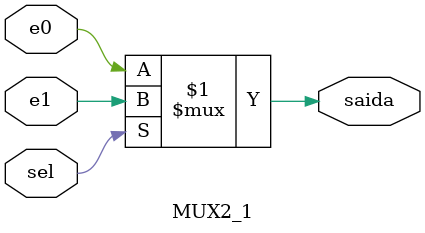
<source format=v>


module MUX4_1(e0,e1,e2,e3,saida,sel,enable);

   input       e0,e1,e2,e3,enable;
   input [1:0] sel;
   output reg  saida;

   always @(*)
     begin
	if(enable==0) saida = 1'b0;
	else
	  case(sel)
	    2'b00: saida = e0;
	    2'b01: saida = e1;
	    2'b10: saida = e2;
	    2'b11: saida = e3;
	  endcase // case (sel)
     end // always @ (*)

endmodule // MUX4_1


module MUX2_1(e0,e1,sel,saida);

   input e0,e1,sel;
   output saida;
   
   assign saida = (sel)?e1:e0;

endmodule // MUX2_1

</source>
